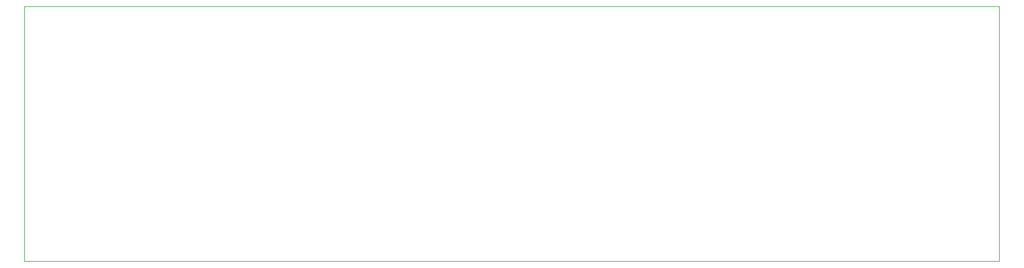
<source format=gm1>
G04 #@! TF.FileFunction,Profile,NP*
%FSLAX46Y46*%
G04 Gerber Fmt 4.6, Leading zero omitted, Abs format (unit mm)*
G04 Created by KiCad (PCBNEW (2015-08-28 BZR 6132)-product) date Tuesday, October 27, 2015 'PMt' 02:37:42 PM*
%MOMM*%
G01*
G04 APERTURE LIST*
%ADD10C,0.100000*%
%ADD11C,0.150000*%
G04 APERTURE END LIST*
D10*
D11*
X12700000Y-22860000D02*
X11430000Y-22860000D01*
X12700000Y-97790000D02*
X11430000Y-97790000D01*
X297180000Y-97790000D02*
X12700000Y-97790000D01*
X297180000Y-22860000D02*
X297180000Y-97790000D01*
X12700000Y-22860000D02*
X297180000Y-22860000D01*
X11430000Y-97790000D02*
X11430000Y-22860000D01*
M02*

</source>
